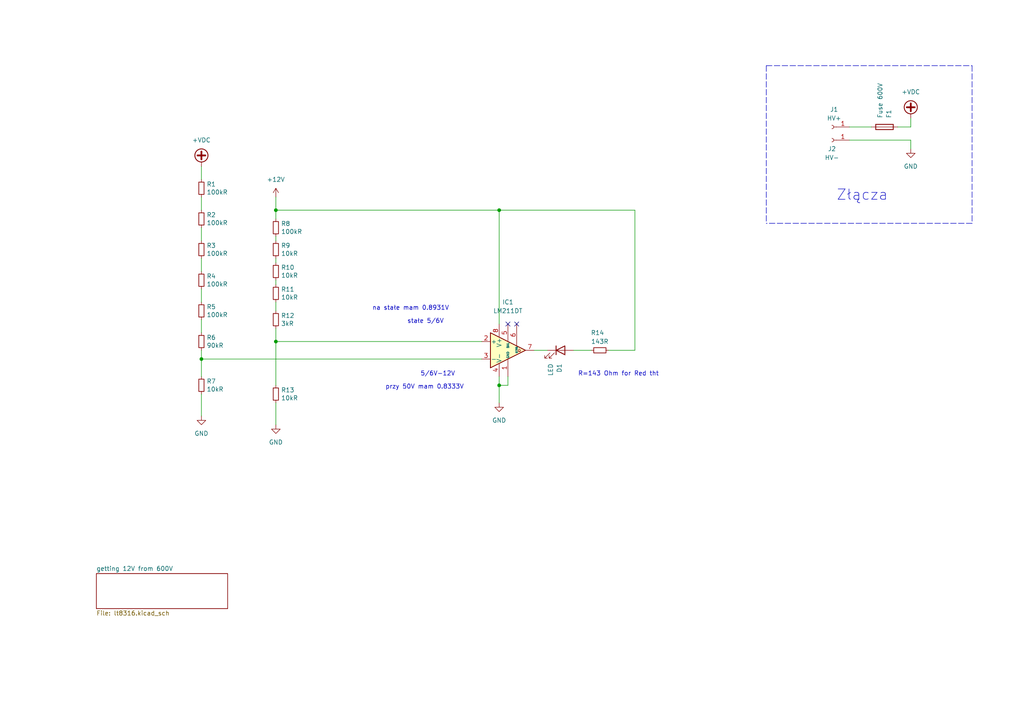
<source format=kicad_sch>
(kicad_sch (version 20211123) (generator eeschema)
  (paper "A4")
  (lib_symbols
    (symbol "Comparator:LM311" (pin_names (offset 0.127))
      (property "Reference" "U" (at 3.81 6.35 0))
      (property "Value" "LM311" (at 3.81 3.81 0))
      (symbol "LM311_0_1"
        (polyline (pts (xy 5.08 0) (xy -5.08 5.08) (xy -5.08 -5.08) (xy 5.08 0)) (stroke (width 0.254)) (fill (type background)))
        (polyline (pts (xy 3.683 -0.381) (xy 3.302 -0.381) (xy 3.683 0) (xy 3.302 0.381) (xy 2.921 0) (xy 3.302 -0.381) (xy 2.921 -0.381)) (stroke (width 0.127)))
      )
      (symbol "LM311_1_1"
        (pin passive line (at 0 -7.62 90) (length 5.08) (name "GND") (number "1"))
        (pin input line (at -7.62 2.54 0) (length 2.54) (name "+") (number "2"))
        (pin input line (at -7.62 -2.54 0) (length 2.54) (name "-") (number "3"))
        (pin power_in line (at -2.54 -7.62 90) (length 3.81) (name "V-") (number "4"))
        (pin input line (at 0 7.62 270) (length 5.08) (name "BAL") (number "5"))
        (pin input line (at 2.54 7.62 270) (length 6.35) (name "STRB") (number "6"))
        (pin open_collector line (at 7.62 0 180) (length 2.54) (name "~") (number "7"))
        (pin power_in line (at -2.54 7.62 270) (length 3.81) (name "V+") (number "8"))
      )
    )
    (symbol "Connector:Conn_01x01_Female" (pin_names (offset 1.016) hide)
      (property "Reference" "J" (at 0 2.54 0))
      (property "Value" "Conn_01x01_Female" (at 0 -2.54 0))
      (symbol "Conn_01x01_Female_1_1"
        (polyline (pts (xy -1.27 0) (xy -0.508 0)) (stroke (width 0.1524)))
        (arc (start 0 0.508) (mid -0.508 0) (end 0 -0.508) (stroke (width 0.1524)))
        (pin passive line (at -5.08 0 0) (length 3.81) (name "Pin_1") (number "1"))
      )
    )
    (symbol "Device:Fuse" (pin_numbers hide) (pin_names (offset 0))
      (property "Reference" "F" (at 2.032 0 90))
      (property "Value" "Fuse" (at -1.905 0 90))
      (symbol "Fuse_0_1"
        (rectangle (start -0.762 -2.54) (end 0.762 2.54) (stroke (width 0.254)))
        (polyline (pts (xy 0 2.54) (xy 0 -2.54)))
      )
      (symbol "Fuse_1_1"
        (pin passive line (at 0 3.81 270) (length 1.27) (name "~") (number "1"))
        (pin passive line (at 0 -3.81 90) (length 1.27) (name "~") (number "2"))
      )
    )
    (symbol "Device:LED" (pin_numbers hide) (pin_names (offset 1.016) hide)
      (property "Reference" "D" (at 0 2.54 0))
      (property "Value" "LED" (at 0 -2.54 0))
      (symbol "LED_0_1"
        (polyline (pts (xy -1.27 -1.27) (xy -1.27 1.27)) (stroke (width 0.254)))
        (polyline (pts (xy -1.27 0) (xy 1.27 0)))
        (polyline (pts (xy 1.27 -1.27) (xy 1.27 1.27) (xy -1.27 0) (xy 1.27 -1.27)) (stroke (width 0.254)))
        (polyline (pts (xy -3.048 -0.762) (xy -4.572 -2.286) (xy -3.81 -2.286) (xy -4.572 -2.286) (xy -4.572 -1.524)))
        (polyline (pts (xy -1.778 -0.762) (xy -3.302 -2.286) (xy -2.54 -2.286) (xy -3.302 -2.286) (xy -3.302 -1.524)))
      )
      (symbol "LED_1_1"
        (pin passive line (at -3.81 0 0) (length 2.54) (name "K") (number "1"))
        (pin passive line (at 3.81 0 180) (length 2.54) (name "A") (number "2"))
      )
    )
    (symbol "Device:R_Small" (pin_numbers hide) (pin_names (offset 0.254) hide)
      (property "Reference" "R" (at 0.762 0.508 0))
      (property "Value" "R_Small" (at 0.762 -1.016 0))
      (symbol "R_Small_0_1"
        (rectangle (start -0.762 1.778) (end 0.762 -1.778) (stroke (width 0.2032)))
      )
      (symbol "R_Small_1_1"
        (pin passive line (at 0 2.54 270) (length 0.762) (name "~") (number "1"))
        (pin passive line (at 0 -2.54 90) (length 0.762) (name "~") (number "2"))
      )
    )
    (symbol "power:+12V" (power) (pin_names (offset 0))
      (property "Value" "+12V" (at 0 3.556 0))
      (symbol "+12V_0_1"
        (polyline (pts (xy -0.762 1.27) (xy 0 2.54)))
        (polyline (pts (xy 0 0) (xy 0 2.54)))
        (polyline (pts (xy 0 2.54) (xy 0.762 1.27)))
      )
      (symbol "+12V_1_1"
        (pin power_in line (at 0 0 90) (length 0) hide (name "+12V") (number "1"))
      )
    )
    (symbol "power:+VDC" (power) (pin_names (offset 0))
      (property "Value" "+VDC" (at 0 6.35 0))
      (symbol "+VDC_0_1"
        (polyline (pts (xy -1.143 3.175) (xy 1.143 3.175)) (stroke (width 0.508)))
        (polyline (pts (xy 0 0) (xy 0 1.27)))
        (polyline (pts (xy 0 2.032) (xy 0 4.318)) (stroke (width 0.508)))
        (circle (center 0 3.175) (radius 1.905) (stroke (width 0.254)))
      )
      (symbol "+VDC_1_1"
        (pin power_in line (at 0 0 90) (length 0) hide (name "+VDC") (number "1"))
      )
    )
    (symbol "power:GND" (power) (pin_names (offset 0))
      (property "Value" "GND" (at 0 -3.81 0))
      (symbol "GND_0_1"
        (polyline (pts (xy 0 0) (xy 0 -1.27) (xy 1.27 -1.27) (xy 0 -2.54) (xy -1.27 -1.27) (xy 0 -1.27)))
      )
      (symbol "GND_1_1"
        (pin power_in line (at 0 0 270) (length 0) hide (name "GND") (number "1"))
      )
    )
  )
  (junction (at 80.01 60.96))
  (junction (at 80.01 99.06))
  (junction (at 144.78 60.96))
  (junction (at 58.42 104.14))
  (junction (at 144.78 111.76))
  (no_connect (at 147.32 93.98))
  (no_connect (at 149.86 93.98))
  (wire (pts (xy 80.01 81.28) (xy 80.01 82.55)))
  (wire (pts (xy 176.53 101.6) (xy 184.15 101.6)))
  (wire (pts (xy 80.01 60.96) (xy 80.01 63.5)))
  (wire (pts (xy 144.78 60.96) (xy 184.15 60.96)))
  (wire (pts (xy 58.42 66.04) (xy 58.42 69.85)))
  (wire (pts (xy 147.32 111.76) (xy 144.78 111.76)))
  (wire (pts (xy 144.78 109.22) (xy 144.78 111.76)))
  (wire (pts (xy 58.42 48.26) (xy 58.42 52.07)))
  (wire (pts (xy 80.01 95.25) (xy 80.01 99.06)))
  (wire (pts (xy 58.42 104.14) (xy 58.42 109.22)))
  (wire (pts (xy 144.78 60.96) (xy 144.78 93.98)))
  (wire (pts (xy 58.42 74.93) (xy 58.42 78.74)))
  (wire (pts (xy 80.01 68.58) (xy 80.01 69.85)))
  (wire (pts (xy 80.01 60.96) (xy 144.78 60.96)))
  (wire (pts (xy 154.94 101.6) (xy 158.75 101.6)))
  (wire (pts (xy 80.01 99.06) (xy 139.7 99.06)))
  (wire (pts (xy 264.16 34.29) (xy 264.16 36.83)))
  (wire (pts (xy 58.42 114.3) (xy 58.42 120.65)))
  (wire (pts (xy 80.01 99.06) (xy 80.01 111.76)))
  (wire (pts (xy 246.38 40.64) (xy 264.16 40.64)))
  (wire (pts (xy 58.42 101.6) (xy 58.42 104.14)))
  (polyline (pts (xy 222.25 19.05) (xy 281.94 19.05)))
  (wire (pts (xy 80.01 116.84) (xy 80.01 123.19)))
  (wire (pts (xy 144.78 111.76) (xy 144.78 116.84)))
  (wire (pts (xy 80.01 87.63) (xy 80.01 90.17)))
  (wire (pts (xy 80.01 57.15) (xy 80.01 60.96)))
  (wire (pts (xy 58.42 57.15) (xy 58.42 60.96)))
  (wire (pts (xy 58.42 83.82) (xy 58.42 87.63)))
  (wire (pts (xy 166.37 101.6) (xy 171.45 101.6)))
  (polyline (pts (xy 222.25 19.05) (xy 222.25 64.77)))
  (wire (pts (xy 264.16 36.83) (xy 260.35 36.83)))
  (wire (pts (xy 58.42 104.14) (xy 139.7 104.14)))
  (wire (pts (xy 252.73 36.83) (xy 246.38 36.83)))
  (wire (pts (xy 147.32 109.22) (xy 147.32 111.76)))
  (polyline (pts (xy 281.94 19.05) (xy 281.94 64.77)))
  (wire (pts (xy 264.16 40.64) (xy 264.16 43.18)))
  (wire (pts (xy 80.01 74.93) (xy 80.01 76.2)))
  (wire (pts (xy 184.15 60.96) (xy 184.15 101.6)))
  (wire (pts (xy 58.42 92.71) (xy 58.42 96.52)))
  (polyline (pts (xy 281.94 64.77) (xy 222.25 64.77)))
  (text "stałe 5/6V" (at 118.11 93.98 0) (effects (font (size 1.27 1.27)) (justify left bottom)))
  (text "Złącza" (at 242.57 58.42 0) (effects (font (size 3 3)) (justify left bottom)))
  (text "R=143 Ohm for Red tht\n" (at 167.64 109.22 0) (effects (font (size 1.27 1.27)) (justify left bottom)))
  (text "przy 50V mam 0.8333V" (at 111.76 113.03 0) (effects (font (size 1.27 1.27)) (justify left bottom)))
  (text "na stałe mam 0.8931V\n" (at 107.95 90.17 0) (effects (font (size 1.27 1.27)) (justify left bottom)))
  (text "5/6V-12V\n" (at 121.92 109.22 0) (effects (font (size 1.27 1.27)) (justify left bottom)))
  (symbol (lib_id "Device:R_Small") (at 58.42 111.76 180) (unit 1)
    (property "Reference" "R7" (at 59.9186 110.5916 0) (effects (justify right)))
    (property "Value" "10kR" (at 59.9186 112.903 0) (effects (justify right)))
    (property "Footprint" "Resistor_SMD:R_1206_3216Metric" (effects hide))
  )
  (symbol (lib_id "Device:R_Small") (at 58.42 72.39 180) (unit 1)
    (property "Reference" "R3" (at 59.9186 71.2216 0) (effects (justify right)))
    (property "Value" "100kR" (at 59.9186 73.533 0) (effects (justify right)))
    (property "Footprint" "Resistor_SMD:R_1206_3216Metric" (effects hide))
  )
  (symbol (lib_id "power:+VDC") (at 264.16 34.29 0) (mirror y) (unit 1)
    (property "Reference" "#PWR0102" (effects hide))
    (property "Value" "+VDC" (at 264.16 26.67 0))
  )
  (symbol (lib_id "Device:R_Small") (at 80.01 72.39 180) (unit 1)
    (property "Reference" "R9" (at 81.5086 71.2216 0) (effects (justify right)))
    (property "Value" "10kR" (at 81.5086 73.533 0) (effects (justify right)))
    (property "Footprint" "Resistor_SMD:R_1206_3216Metric" (effects hide))
  )
  (symbol (lib_id "power:GND") (at 80.01 123.19 0) (unit 1)
    (property "Reference" "#PWR0104" (effects hide))
    (property "Value" "GND" (at 80.01 128.27 0))
  )
  (symbol (lib_id "Device:R_Small") (at 80.01 114.3 180) (unit 1)
    (property "Reference" "R13" (at 81.5086 113.1316 0) (effects (justify right)))
    (property "Value" "10kR" (at 81.5086 115.443 0) (effects (justify right)))
    (property "Footprint" "Resistor_SMD:R_1206_3216Metric" (effects hide))
  )
  (symbol (lib_id "Device:R_Small") (at 80.01 92.71 180) (unit 1)
    (property "Reference" "R12" (at 81.5086 91.5416 0) (effects (justify right)))
    (property "Value" "3kR" (at 81.5086 93.853 0) (effects (justify right)))
    (property "Footprint" "Resistor_SMD:R_1206_3216Metric" (effects hide))
  )
  (symbol (lib_id "Device:R_Small") (at 58.42 63.5 180) (unit 1)
    (property "Reference" "R2" (at 59.9186 62.3316 0) (effects (justify right)))
    (property "Value" "100kR" (at 59.9186 64.643 0) (effects (justify right)))
    (property "Footprint" "Resistor_SMD:R_1206_3216Metric" (effects hide))
  )
  (symbol (lib_id "Device:R_Small") (at 80.01 66.04 180) (unit 1)
    (property "Reference" "R8" (at 81.5086 64.8716 0) (effects (justify right)))
    (property "Value" "100kR" (at 81.5086 67.183 0) (effects (justify right)))
    (property "Footprint" "Resistor_SMD:R_1206_3216Metric" (effects hide))
  )
  (symbol (lib_id "Device:R_Small") (at 80.01 85.09 180) (unit 1)
    (property "Reference" "R11" (at 81.5086 83.9216 0) (effects (justify right)))
    (property "Value" "10kR" (at 81.5086 86.233 0) (effects (justify right)))
    (property "Footprint" "Resistor_SMD:R_1206_3216Metric" (effects hide))
  )
  (symbol (lib_id "power:+VDC") (at 58.42 48.26 0) (unit 1)
    (property "Reference" "#PWR0105" (effects hide))
    (property "Value" "+VDC" (at 58.42 40.64 0))
  )
  (symbol (lib_id "Connector:Conn_01x01_Female") (at 241.3 40.64 0) (mirror y) (unit 1)
    (property "Reference" "J2" (at 241.3 43.18 0))
    (property "Value" "HV-" (at 241.3 45.72 0))
    (property "Footprint" "Connector_Wire:SolderWire-0.5sqmm_1x01_D0.9mm_OD2.1mm_Relief" (effects hide))
  )
  (symbol (lib_id "Connector:Conn_01x01_Female") (at 241.3 36.83 0) (mirror y) (unit 1)
    (property "Reference" "J1" (at 241.935 31.75 0))
    (property "Value" "HV+" (at 241.935 34.29 0))
    (property "Footprint" "Connector_Wire:SolderWire-0.5sqmm_1x01_D0.9mm_OD2.1mm_Relief" (effects hide))
  )
  (symbol (lib_id "power:GND") (at 144.78 116.84 0) (unit 1)
    (property "Reference" "#PWR0106" (effects hide))
    (property "Value" "GND" (at 144.78 121.92 0))
  )
  (symbol (lib_id "Device:Fuse") (at 256.54 36.83 270) (mirror x) (unit 1)
    (property "Reference" "F1" (at 257.8101 34.29 0) (effects (justify left)))
    (property "Value" "Fuse 600V" (at 255.2701 34.29 0) (effects (justify left)))
    (property "Footprint" "Fuse:Fuseholder_Cylinder-6.3x32mm_Schurter_0031-8002_Horizontal_Open" (effects hide))
    (property "Datasheet" "https://docs.rs-online.com/c142/0900766b8128f6e8.pdf" (effects hide))
  )
  (symbol (lib_id "power:+12V") (at 80.01 57.15 0) (unit 1)
    (property "Reference" "#PWR0103" (effects hide))
    (property "Value" "+12V" (at 80.01 52.07 0))
  )
  (symbol (lib_id "Device:R_Small") (at 173.99 101.6 270) (unit 1)
    (property "Reference" "R14" (at 175.26 96.52 90) (effects (justify right)))
    (property "Value" "143R" (at 176.53 99.06 90) (effects (justify right)))
    (property "Footprint" "Resistor_SMD:R_1206_3216Metric" (effects hide))
  )
  (symbol (lib_id "Device:LED") (at 162.56 101.6 0) (unit 1)
    (property "Reference" "D1" (at 162.2426 105.41 90) (effects (justify right)))
    (property "Value" "LED" (at 159.7026 105.41 90) (effects (justify right)))
    (property "Footprint" "LED_THT:LED_D2.0mm_W4.8mm_H2.5mm_FlatTop" (effects hide))
    (property "Datasheet" "https://www.tme.eu/Document/28494d87060816d09613608d467044ae/TLHx520x-DTE.pdf" (effects hide))
  )
  (symbol (lib_id "Device:R_Small") (at 58.42 54.61 180) (unit 1)
    (property "Reference" "R1" (at 59.9186 53.4416 0) (effects (justify right)))
    (property "Value" "100kR" (at 59.9186 55.753 0) (effects (justify right)))
    (property "Footprint" "Resistor_SMD:R_1206_3216Metric" (effects hide))
  )
  (symbol (lib_id "Device:R_Small") (at 80.01 78.74 180) (unit 1)
    (property "Reference" "R10" (at 81.5086 77.5716 0) (effects (justify right)))
    (property "Value" "10kR" (at 81.5086 79.883 0) (effects (justify right)))
    (property "Footprint" "Resistor_SMD:R_1206_3216Metric" (effects hide))
  )
  (symbol (lib_id "Comparator:LM311") (at 147.32 101.6 0) (unit 1)
    (property "Reference" "IC1" (at 147.32 87.63 0))
    (property "Value" "LM211DT" (at 147.32 90.17 0))
    (property "Footprint" "Package_SO:SO-8_3.9x4.9mm_P1.27mm" (effects hide))
    (property "Datasheet" "https://www.st.com/resource/en/datasheet/lm311.pdf" (effects hide))
    (property "Description" "STMicroelectronics LM211DT Comparator, TTL O/P, 200ns 5 V 8-Pin SOIC" (effects hide))
    (property "Height" "1.75" (effects hide))
    (property "Mouser Part Number" "511-LM211DT" (effects hide))
    (property "Mouser Price/Stock" "https://www.mouser.co.uk/ProductDetail/STMicroelectronics/LM211DT?qs=2xk3SHepj8WFV%2F9C0Djvjw%3D%3D" (effects hide))
    (property "Manufacturer_Name" "STMicroelectronics" (effects hide))
    (property "Manufacturer_Part_Number" "LM211DT" (effects hide))
  )
  (symbol (lib_id "power:GND") (at 58.42 120.65 0) (unit 1)
    (property "Reference" "#PWR0111" (effects hide))
    (property "Value" "GND" (at 58.42 125.73 0))
  )
  (symbol (lib_id "Device:R_Small") (at 58.42 81.28 180) (unit 1)
    (property "Reference" "R4" (at 59.9186 80.1116 0) (effects (justify right)))
    (property "Value" "100kR" (at 59.9186 82.423 0) (effects (justify right)))
    (property "Footprint" "Resistor_SMD:R_1206_3216Metric" (effects hide))
  )
  (symbol (lib_id "Device:R_Small") (at 58.42 99.06 180) (unit 1)
    (property "Reference" "R6" (at 59.9186 97.8916 0) (effects (justify right)))
    (property "Value" "90kR" (at 59.9186 100.203 0) (effects (justify right)))
    (property "Footprint" "Resistor_SMD:R_1206_3216Metric" (effects hide))
  )
  (symbol (lib_id "power:GND") (at 264.16 43.18 0) (mirror y) (unit 1)
    (property "Reference" "#PWR0101" (effects hide))
    (property "Value" "GND" (at 264.16 48.26 0))
  )
  (symbol (lib_id "Device:R_Small") (at 58.42 90.17 180) (unit 1)
    (property "Reference" "R5" (at 59.9186 89.0016 0) (effects (justify right)))
    (property "Value" "100kR" (at 59.9186 91.313 0) (effects (justify right)))
    (property "Footprint" "Resistor_SMD:R_1206_3216Metric" (effects hide))
  )
  (sheet (at 27.94 166.37) (size 38.1 10.16) (stroke (width 0.1524))
    (property "Sheet name" "getting 12V from 600V" (at 27.94 165.6584 0) (effects (justify left bottom)))
    (property "Sheet file" "lt8316.kicad_sch" (at 27.94 177.1146 0) (effects (justify left top)))
  )
)
</source>
